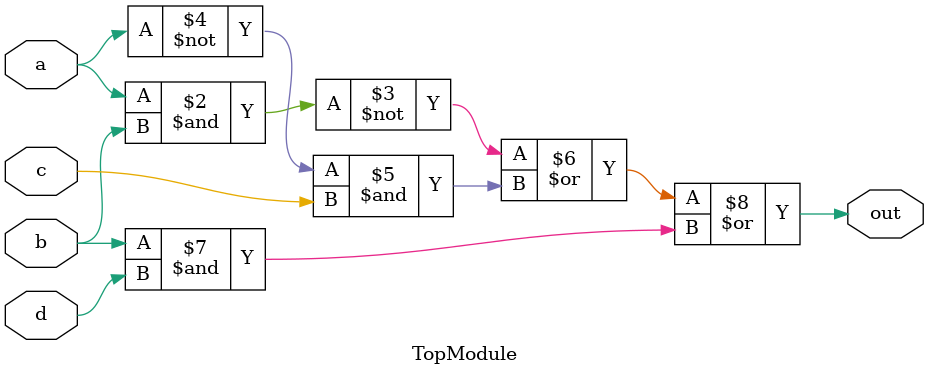
<source format=sv>

module TopModule (
  input a,
  input b,
  input c,
  input d,
  output reg out
);
always_comb begin
  out = ~(a & b) | (~a & c) | (b & d);
end

endmodule

</source>
